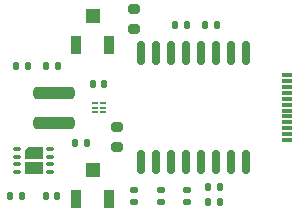
<source format=gtp>
%TF.GenerationSoftware,KiCad,Pcbnew,7.0.1*%
%TF.CreationDate,2023-03-24T10:32:53-04:00*%
%TF.ProjectId,wingbeat_detector,77696e67-6265-4617-945f-646574656374,3.0*%
%TF.SameCoordinates,Original*%
%TF.FileFunction,Paste,Top*%
%TF.FilePolarity,Positive*%
%FSLAX46Y46*%
G04 Gerber Fmt 4.6, Leading zero omitted, Abs format (unit mm)*
G04 Created by KiCad (PCBNEW 7.0.1) date 2023-03-24 10:32:53*
%MOMM*%
%LPD*%
G01*
G04 APERTURE LIST*
G04 Aperture macros list*
%AMRoundRect*
0 Rectangle with rounded corners*
0 $1 Rounding radius*
0 $2 $3 $4 $5 $6 $7 $8 $9 X,Y pos of 4 corners*
0 Add a 4 corners polygon primitive as box body*
4,1,4,$2,$3,$4,$5,$6,$7,$8,$9,$2,$3,0*
0 Add four circle primitives for the rounded corners*
1,1,$1+$1,$2,$3*
1,1,$1+$1,$4,$5*
1,1,$1+$1,$6,$7*
1,1,$1+$1,$8,$9*
0 Add four rect primitives between the rounded corners*
20,1,$1+$1,$2,$3,$4,$5,0*
20,1,$1+$1,$4,$5,$6,$7,0*
20,1,$1+$1,$6,$7,$8,$9,0*
20,1,$1+$1,$8,$9,$2,$3,0*%
%AMFreePoly0*
4,1,18,-0.735000,0.212000,-0.417000,0.530000,0.682000,0.530000,0.702282,0.525966,0.719477,0.514477,0.730966,0.497282,0.735000,0.477000,0.735000,-0.477000,0.730966,-0.497282,0.719477,-0.514477,0.702282,-0.525966,0.682000,-0.530000,-0.682000,-0.530000,-0.702282,-0.525966,-0.719477,-0.514477,-0.730966,-0.497282,-0.735000,-0.477000,-0.735000,0.212000,-0.735000,0.212000,$1*%
%AMFreePoly1*
4,1,18,-0.237500,0.075000,-0.233694,0.094134,-0.222855,0.110355,-0.206634,0.121194,-0.187500,0.125000,0.137500,0.125000,0.237500,0.025000,0.237500,-0.075000,0.233694,-0.094134,0.222855,-0.110355,0.206634,-0.121194,0.187500,-0.125000,-0.187500,-0.125000,-0.206634,-0.121194,-0.222855,-0.110355,-0.233694,-0.094134,-0.237500,-0.075000,-0.237500,0.075000,-0.237500,0.075000,$1*%
G04 Aperture macros list end*
%ADD10R,0.900000X0.300000*%
%ADD11RoundRect,0.135000X0.135000X0.185000X-0.135000X0.185000X-0.135000X-0.185000X0.135000X-0.185000X0*%
%ADD12FreePoly0,0.000000*%
%ADD13RoundRect,0.053000X-0.682000X-0.477000X0.682000X-0.477000X0.682000X0.477000X-0.682000X0.477000X0*%
%ADD14RoundRect,0.030000X-0.270000X-0.120000X0.270000X-0.120000X0.270000X0.120000X-0.270000X0.120000X0*%
%ADD15RoundRect,0.135000X-0.135000X-0.185000X0.135000X-0.185000X0.135000X0.185000X-0.135000X0.185000X0*%
%ADD16RoundRect,0.150000X-0.150000X0.875000X-0.150000X-0.875000X0.150000X-0.875000X0.150000X0.875000X0*%
%ADD17RoundRect,0.135000X0.185000X-0.135000X0.185000X0.135000X-0.185000X0.135000X-0.185000X-0.135000X0*%
%ADD18RoundRect,0.135000X-0.185000X0.135000X-0.185000X-0.135000X0.185000X-0.135000X0.185000X0.135000X0*%
%ADD19RoundRect,0.200000X-0.275000X0.200000X-0.275000X-0.200000X0.275000X-0.200000X0.275000X0.200000X0*%
%ADD20RoundRect,0.200000X0.275000X-0.200000X0.275000X0.200000X-0.275000X0.200000X-0.275000X-0.200000X0*%
%ADD21RoundRect,0.140000X0.140000X0.170000X-0.140000X0.170000X-0.140000X-0.170000X0.140000X-0.170000X0*%
%ADD22RoundRect,0.250000X-1.500000X-0.250000X1.500000X-0.250000X1.500000X0.250000X-1.500000X0.250000X0*%
%ADD23R,0.890000X1.550000*%
%ADD24R,1.270000X1.270000*%
%ADD25RoundRect,0.140000X-0.140000X-0.170000X0.140000X-0.170000X0.140000X0.170000X-0.140000X0.170000X0*%
%ADD26FreePoly1,0.000000*%
%ADD27RoundRect,0.050000X-0.187500X-0.075000X0.187500X-0.075000X0.187500X0.075000X-0.187500X0.075000X0*%
G04 APERTURE END LIST*
D10*
%TO.C,J1*%
X160440000Y-102750000D03*
X160440000Y-102250000D03*
X160440000Y-101750000D03*
X160440000Y-101250000D03*
X160440000Y-100750000D03*
X160440000Y-100250000D03*
X160440000Y-99750000D03*
X160440000Y-99250000D03*
X160440000Y-98750000D03*
X160440000Y-98250000D03*
X160440000Y-97750000D03*
X160440000Y-97250000D03*
%TD*%
D11*
%TO.C,R14*%
X138510000Y-96500000D03*
X137490000Y-96500000D03*
%TD*%
D12*
%TO.C,U4*%
X139000000Y-103845000D03*
D13*
X139000000Y-105105000D03*
D14*
X137600000Y-103500000D03*
X137600000Y-104150000D03*
X137600000Y-104800000D03*
X137600000Y-105450000D03*
X140400000Y-105450000D03*
X140400000Y-104800000D03*
X140400000Y-104150000D03*
X140400000Y-103500000D03*
%TD*%
D15*
%TO.C,R9*%
X150990000Y-93000000D03*
X152010000Y-93000000D03*
%TD*%
D16*
%TO.C,U2*%
X156945000Y-95350000D03*
X155675000Y-95350000D03*
X154405000Y-95350000D03*
X153135000Y-95350000D03*
X151865000Y-95350000D03*
X150595000Y-95350000D03*
X149325000Y-95350000D03*
X148055000Y-95350000D03*
X148055000Y-104650000D03*
X149325000Y-104650000D03*
X150595000Y-104650000D03*
X151865000Y-104650000D03*
X153135000Y-104650000D03*
X154405000Y-104650000D03*
X155675000Y-104650000D03*
X156945000Y-104650000D03*
%TD*%
D17*
%TO.C,R12*%
X149750000Y-108010000D03*
X149750000Y-106990000D03*
%TD*%
D18*
%TO.C,R10*%
X147500000Y-106990000D03*
X147500000Y-108010000D03*
%TD*%
D15*
%TO.C,R1*%
X142490000Y-103000000D03*
X143510000Y-103000000D03*
%TD*%
D17*
%TO.C,R11*%
X152000000Y-108010000D03*
X152000000Y-106990000D03*
%TD*%
D19*
%TO.C,R5*%
X146000000Y-101675000D03*
X146000000Y-103325000D03*
%TD*%
D20*
%TO.C,R7*%
X147500000Y-93325000D03*
X147500000Y-91675000D03*
%TD*%
D21*
%TO.C,C8*%
X154730000Y-108000000D03*
X153770000Y-108000000D03*
%TD*%
D22*
%TO.C,D1*%
X140675000Y-101270000D03*
X140675000Y-98730000D03*
%TD*%
D23*
%TO.C,RV2*%
X142605000Y-107720000D03*
D24*
X144000000Y-105280000D03*
D23*
X145395000Y-107720000D03*
%TD*%
D25*
%TO.C,C6*%
X153770000Y-106750000D03*
X154730000Y-106750000D03*
%TD*%
%TO.C,C10*%
X137020000Y-107500000D03*
X137980000Y-107500000D03*
%TD*%
D11*
%TO.C,R2*%
X154510000Y-93000000D03*
X153490000Y-93000000D03*
%TD*%
D21*
%TO.C,C12*%
X144980000Y-98000000D03*
X144020000Y-98000000D03*
%TD*%
D26*
%TO.C,U5*%
X144137500Y-99600000D03*
D27*
X144137500Y-100000000D03*
X144137500Y-100400000D03*
X144862500Y-100400000D03*
X144862500Y-100000000D03*
X144862500Y-99600000D03*
%TD*%
D11*
%TO.C,R13*%
X141010000Y-96500000D03*
X139990000Y-96500000D03*
%TD*%
D25*
%TO.C,C11*%
X140020000Y-107500000D03*
X140980000Y-107500000D03*
%TD*%
D23*
%TO.C,RV1*%
X142605000Y-94720000D03*
D24*
X144000000Y-92280000D03*
D23*
X145395000Y-94720000D03*
%TD*%
M02*

</source>
